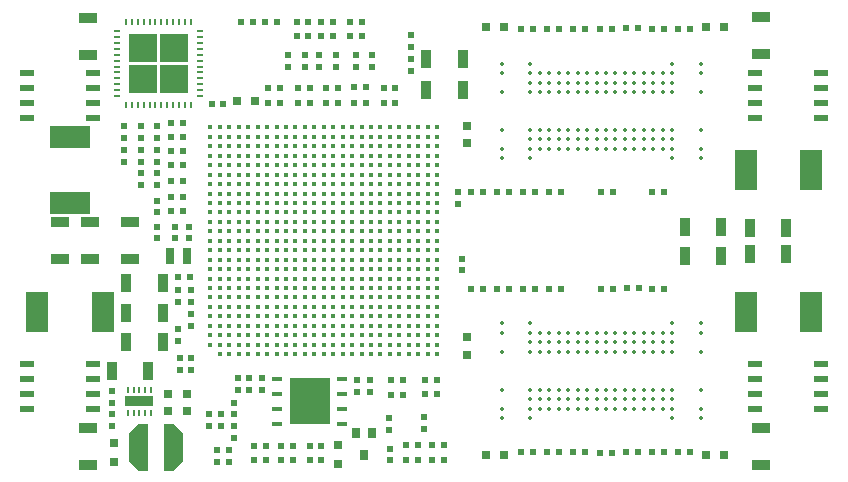
<source format=gtp>
%FSLAX44Y44*%
%MOMM*%
G71*
G01*
G75*
G04 Layer_Color=8421504*
%ADD10C,0.3500*%
%ADD11R,1.6000X3.9000*%
%ADD12R,5.2000X5.2000*%
%ADD13R,0.6000X0.2500*%
%ADD14R,0.2500X0.6000*%
%ADD15R,0.5000X0.6000*%
%ADD16R,0.2500X0.5000*%
%ADD17R,2.4000X0.8400*%
%ADD18R,3.4000X4.0000*%
%ADD19R,0.9000X0.4500*%
%ADD20R,0.6000X0.5000*%
%ADD21R,0.5000X0.5000*%
%ADD22R,0.5000X0.5000*%
%ADD23R,0.8000X0.8000*%
%ADD24R,0.7500X1.4000*%
%ADD25R,0.8000X0.8000*%
%ADD26R,1.8288X3.4290*%
%ADD27R,3.4290X1.8288*%
%ADD28R,0.9000X1.6000*%
%ADD29R,1.6000X0.9000*%
%ADD30R,1.2000X0.5800*%
%ADD31C,1.0160*%
%ADD32C,0.4000*%
%ADD33C,0.6350*%
%ADD34R,0.7000X0.9000*%
%ADD35C,0.0930*%
%ADD36C,0.3000*%
%ADD37C,0.0900*%
%ADD38C,0.2500*%
%ADD39C,0.4000*%
%ADD40C,0.1010*%
%ADD41C,0.2000*%
%ADD42C,0.5000*%
%ADD43C,0.7000*%
%ADD44C,5.0000*%
%ADD45C,0.2700*%
%ADD46C,0.4500*%
%ADD47C,0.1000*%
%ADD48C,3.6830*%
%ADD49C,0.0800*%
%ADD50C,0.6000*%
%ADD51C,0.8000*%
%ADD52C,0.0850*%
%ADD53C,1.2500*%
%ADD54R,1.9000X2.6000*%
%ADD55R,0.2800X2.2700*%
%ADD56R,2.5400X0.4300*%
%ADD57R,4.7000X0.4300*%
%ADD58R,1.3000X0.9000*%
%ADD59R,0.9000X1.3000*%
%ADD60R,0.5588X0.6858*%
%ADD61R,0.9000X0.7000*%
%ADD62R,1.8000X1.1250*%
%ADD63R,0.4800X0.2300*%
%ADD64R,0.4000X1.1900*%
%ADD65R,0.9000X1.1900*%
%ADD66R,3.3000X3.3000*%
%ADD67R,0.6000X0.2300*%
%ADD68R,0.2300X0.6000*%
%ADD69R,2.6000X1.9000*%
%ADD70R,1.0000X0.5500*%
%ADD71R,0.5500X1.0000*%
%ADD72C,0.3500*%
%ADD73C,0.2800*%
%ADD74C,0.2200*%
%ADD75C,0.4500*%
%ADD76C,0.1500*%
%ADD77C,0.2540*%
%ADD78C,0.1270*%
%ADD79R,2.4000X2.4000*%
G36*
X116500Y5500D02*
X108500D01*
X100500Y12500D01*
Y37500D01*
X108500Y44500D01*
X116500D01*
Y5500D01*
D02*
G37*
G36*
X145500Y37500D02*
Y12500D01*
X137500Y5500D01*
X129500D01*
Y44500D01*
X137500D01*
X145500Y37500D01*
D02*
G37*
D10*
X584000Y50000D02*
D03*
Y58000D02*
D03*
Y130000D02*
D03*
Y122000D02*
D03*
X416000D02*
D03*
Y130000D02*
D03*
Y58000D02*
D03*
Y50000D02*
D03*
Y74000D02*
D03*
Y106000D02*
D03*
X584000Y74000D02*
D03*
Y106000D02*
D03*
X560000Y50000D02*
D03*
Y130000D02*
D03*
X440000D02*
D03*
Y50000D02*
D03*
Y58000D02*
D03*
X448000D02*
D03*
X456000D02*
D03*
X464000D02*
D03*
X472000D02*
D03*
X480000D02*
D03*
X488000D02*
D03*
X496000D02*
D03*
X504000D02*
D03*
X512000D02*
D03*
X520000D02*
D03*
X528000D02*
D03*
X536000D02*
D03*
X544000D02*
D03*
X552000D02*
D03*
X560000D02*
D03*
X440000Y66000D02*
D03*
X448000D02*
D03*
X456000D02*
D03*
X464000D02*
D03*
X472000D02*
D03*
X480000D02*
D03*
X488000D02*
D03*
X496000D02*
D03*
X504000D02*
D03*
X512000D02*
D03*
X520000D02*
D03*
X528000D02*
D03*
X536000D02*
D03*
X544000D02*
D03*
X552000D02*
D03*
X560000D02*
D03*
X440000Y74000D02*
D03*
X448000D02*
D03*
X456000D02*
D03*
X464000D02*
D03*
X472000D02*
D03*
X480000D02*
D03*
X488000D02*
D03*
X496000D02*
D03*
X504000D02*
D03*
X512000D02*
D03*
X520000D02*
D03*
X528000D02*
D03*
X536000D02*
D03*
X544000D02*
D03*
X552000D02*
D03*
X560000D02*
D03*
X440000Y106000D02*
D03*
X448000D02*
D03*
X456000D02*
D03*
X464000D02*
D03*
X472000D02*
D03*
X480000D02*
D03*
X488000D02*
D03*
X496000D02*
D03*
X504000D02*
D03*
X512000D02*
D03*
X520000D02*
D03*
X528000D02*
D03*
X536000D02*
D03*
X544000D02*
D03*
X552000D02*
D03*
X560000D02*
D03*
X440000Y114000D02*
D03*
X448000D02*
D03*
X456000D02*
D03*
X464000D02*
D03*
X472000D02*
D03*
X480000D02*
D03*
X488000D02*
D03*
X496000D02*
D03*
X504000D02*
D03*
X512000D02*
D03*
X520000D02*
D03*
X528000D02*
D03*
X536000D02*
D03*
X544000D02*
D03*
X552000D02*
D03*
X560000D02*
D03*
X440000Y122000D02*
D03*
X448000D02*
D03*
X456000D02*
D03*
X464000D02*
D03*
X472000D02*
D03*
X480000D02*
D03*
X488000D02*
D03*
X496000D02*
D03*
X504000D02*
D03*
X512000D02*
D03*
X520000D02*
D03*
X528000D02*
D03*
X536000D02*
D03*
X544000D02*
D03*
X552000D02*
D03*
X560000D02*
D03*
X584000Y270000D02*
D03*
Y278000D02*
D03*
Y350000D02*
D03*
Y342000D02*
D03*
X416000D02*
D03*
Y350000D02*
D03*
Y278000D02*
D03*
Y270000D02*
D03*
Y294000D02*
D03*
Y326000D02*
D03*
X584000Y294000D02*
D03*
Y326000D02*
D03*
X560000Y270000D02*
D03*
Y350000D02*
D03*
X440000D02*
D03*
Y270000D02*
D03*
Y278000D02*
D03*
X448000D02*
D03*
X456000D02*
D03*
X464000D02*
D03*
X472000D02*
D03*
X480000D02*
D03*
X488000D02*
D03*
X496000D02*
D03*
X504000D02*
D03*
X512000D02*
D03*
X520000D02*
D03*
X528000D02*
D03*
X536000D02*
D03*
X544000D02*
D03*
X552000D02*
D03*
X560000D02*
D03*
X440000Y286000D02*
D03*
X448000D02*
D03*
X456000D02*
D03*
X464000D02*
D03*
X472000D02*
D03*
X480000D02*
D03*
X488000D02*
D03*
X496000D02*
D03*
X504000D02*
D03*
X512000D02*
D03*
X520000D02*
D03*
X528000D02*
D03*
X536000D02*
D03*
X544000D02*
D03*
X552000D02*
D03*
X560000D02*
D03*
X440000Y294000D02*
D03*
X448000D02*
D03*
X456000D02*
D03*
X464000D02*
D03*
X472000D02*
D03*
X480000D02*
D03*
X488000D02*
D03*
X496000D02*
D03*
X504000D02*
D03*
X512000D02*
D03*
X520000D02*
D03*
X528000D02*
D03*
X536000D02*
D03*
X544000D02*
D03*
X552000D02*
D03*
X560000D02*
D03*
X440000Y326000D02*
D03*
X448000D02*
D03*
X456000D02*
D03*
X464000D02*
D03*
X472000D02*
D03*
X480000D02*
D03*
X488000D02*
D03*
X496000D02*
D03*
X504000D02*
D03*
X512000D02*
D03*
X520000D02*
D03*
X528000D02*
D03*
X536000D02*
D03*
X544000D02*
D03*
X552000D02*
D03*
X560000D02*
D03*
X440000Y334000D02*
D03*
X448000D02*
D03*
X456000D02*
D03*
X464000D02*
D03*
X472000D02*
D03*
X480000D02*
D03*
X488000D02*
D03*
X496000D02*
D03*
X504000D02*
D03*
X512000D02*
D03*
X520000D02*
D03*
X528000D02*
D03*
X536000D02*
D03*
X544000D02*
D03*
X552000D02*
D03*
X560000D02*
D03*
X440000Y342000D02*
D03*
X448000D02*
D03*
X456000D02*
D03*
X464000D02*
D03*
X472000D02*
D03*
X480000D02*
D03*
X488000D02*
D03*
X496000D02*
D03*
X504000D02*
D03*
X512000D02*
D03*
X520000D02*
D03*
X528000D02*
D03*
X536000D02*
D03*
X544000D02*
D03*
X552000D02*
D03*
X560000D02*
D03*
D13*
X159900Y322500D02*
D03*
Y327500D02*
D03*
Y332500D02*
D03*
Y337500D02*
D03*
Y342500D02*
D03*
Y347500D02*
D03*
Y352500D02*
D03*
Y357500D02*
D03*
Y362500D02*
D03*
Y367500D02*
D03*
Y372500D02*
D03*
Y377500D02*
D03*
X90100D02*
D03*
Y372500D02*
D03*
Y367500D02*
D03*
Y362500D02*
D03*
Y357500D02*
D03*
Y352500D02*
D03*
Y347500D02*
D03*
Y342500D02*
D03*
Y337500D02*
D03*
Y332500D02*
D03*
Y327500D02*
D03*
Y322500D02*
D03*
D14*
X152500Y384900D02*
D03*
X147500D02*
D03*
X142500D02*
D03*
X137500D02*
D03*
X132500D02*
D03*
X127500D02*
D03*
X122500D02*
D03*
X117500D02*
D03*
X112500D02*
D03*
X107500D02*
D03*
X102500D02*
D03*
X97500D02*
D03*
Y315100D02*
D03*
X102500D02*
D03*
X107500D02*
D03*
X112500D02*
D03*
X117500D02*
D03*
X122500D02*
D03*
X127500D02*
D03*
X132500D02*
D03*
X137500D02*
D03*
X142500D02*
D03*
X147500D02*
D03*
X152500D02*
D03*
D15*
X253000Y317000D02*
D03*
X243000D02*
D03*
X351000Y82000D02*
D03*
X361000D02*
D03*
X335000Y27000D02*
D03*
X345000D02*
D03*
X325750Y329700D02*
D03*
X315750D02*
D03*
X195250Y385000D02*
D03*
X205250D02*
D03*
X267000Y317000D02*
D03*
X277000D02*
D03*
X136000Y288000D02*
D03*
X146000D02*
D03*
Y225000D02*
D03*
X136000D02*
D03*
Y251000D02*
D03*
X146000D02*
D03*
Y276000D02*
D03*
X136000D02*
D03*
X170000Y316000D02*
D03*
X180000D02*
D03*
X136000Y264000D02*
D03*
X146000D02*
D03*
Y237000D02*
D03*
X136000D02*
D03*
X142000Y169000D02*
D03*
X152000D02*
D03*
X229000Y14000D02*
D03*
X239000D02*
D03*
X522000Y160000D02*
D03*
X532000D02*
D03*
X521000Y380000D02*
D03*
X531000D02*
D03*
X361000Y70000D02*
D03*
X351000D02*
D03*
X206000Y26000D02*
D03*
X216000D02*
D03*
X146000Y300000D02*
D03*
X136000D02*
D03*
X242000Y385000D02*
D03*
X252000D02*
D03*
X215000D02*
D03*
X225000D02*
D03*
X242000Y373000D02*
D03*
X252000D02*
D03*
X499000Y20000D02*
D03*
X509000D02*
D03*
X291000Y317000D02*
D03*
X301000D02*
D03*
X297000Y385000D02*
D03*
X287000D02*
D03*
X239000Y26000D02*
D03*
X229000D02*
D03*
X253000Y329000D02*
D03*
X243000D02*
D03*
X218000Y317000D02*
D03*
X228000D02*
D03*
X228000Y329000D02*
D03*
X218000D02*
D03*
X356875Y14075D02*
D03*
X366875D02*
D03*
X357000Y27000D02*
D03*
X367000D02*
D03*
X325750Y316700D02*
D03*
X315750D02*
D03*
X277000Y329000D02*
D03*
X267000D02*
D03*
X291000Y330000D02*
D03*
X301000D02*
D03*
X273000Y385000D02*
D03*
X263000D02*
D03*
Y373000D02*
D03*
X273000D02*
D03*
X263000Y26000D02*
D03*
X253000D02*
D03*
X216000Y14000D02*
D03*
X206000D02*
D03*
X297000Y373000D02*
D03*
X287000D02*
D03*
X322125Y69850D02*
D03*
X332125D02*
D03*
X344875Y14075D02*
D03*
X334875D02*
D03*
X332125Y81725D02*
D03*
X322125D02*
D03*
X263000Y14000D02*
D03*
X253000D02*
D03*
D16*
X119000Y54500D02*
D03*
X114000D02*
D03*
X109000D02*
D03*
X104000D02*
D03*
X99000D02*
D03*
Y73500D02*
D03*
X104000D02*
D03*
X109000D02*
D03*
X114000D02*
D03*
X119000D02*
D03*
D17*
X109000Y64000D02*
D03*
D18*
X253000Y64000D02*
D03*
D19*
X280500Y83050D02*
D03*
Y70350D02*
D03*
Y57650D02*
D03*
Y44950D02*
D03*
X225500D02*
D03*
Y57650D02*
D03*
Y70350D02*
D03*
Y83050D02*
D03*
D20*
X382000Y175000D02*
D03*
Y185000D02*
D03*
X189000Y43000D02*
D03*
Y33000D02*
D03*
X124000Y224000D02*
D03*
Y234000D02*
D03*
Y212000D02*
D03*
Y202000D02*
D03*
Y247000D02*
D03*
Y257000D02*
D03*
Y267000D02*
D03*
Y277000D02*
D03*
X110000Y297000D02*
D03*
Y287000D02*
D03*
Y247000D02*
D03*
Y257000D02*
D03*
Y267000D02*
D03*
Y277000D02*
D03*
X96000Y267000D02*
D03*
Y277000D02*
D03*
Y297000D02*
D03*
Y287000D02*
D03*
X153000Y138000D02*
D03*
Y128000D02*
D03*
X124000Y287000D02*
D03*
Y297000D02*
D03*
X304000Y72000D02*
D03*
Y82000D02*
D03*
X213000Y74000D02*
D03*
Y84000D02*
D03*
X321000Y24000D02*
D03*
Y14000D02*
D03*
X320000Y50000D02*
D03*
Y40000D02*
D03*
X86000Y53000D02*
D03*
Y43000D02*
D03*
Y63000D02*
D03*
Y73000D02*
D03*
X292000Y347000D02*
D03*
Y357000D02*
D03*
X261000Y347000D02*
D03*
Y357000D02*
D03*
X379000Y241000D02*
D03*
Y231000D02*
D03*
X275000Y357000D02*
D03*
Y347000D02*
D03*
X249000D02*
D03*
Y357000D02*
D03*
X235000Y357000D02*
D03*
Y347000D02*
D03*
X350000Y51000D02*
D03*
Y41000D02*
D03*
X189000Y63000D02*
D03*
Y53000D02*
D03*
X153000Y158000D02*
D03*
Y148000D02*
D03*
D21*
X175000Y13000D02*
D03*
X185000D02*
D03*
Y23000D02*
D03*
X175000D02*
D03*
X432000Y379000D02*
D03*
X442000D02*
D03*
X500000Y159000D02*
D03*
X510000D02*
D03*
X509000Y379000D02*
D03*
X499000D02*
D03*
X500000Y241000D02*
D03*
X510000D02*
D03*
X442000Y21000D02*
D03*
X432000D02*
D03*
X464000D02*
D03*
X454000D02*
D03*
X476000D02*
D03*
X486000D02*
D03*
X543000D02*
D03*
X553000D02*
D03*
X476000Y379000D02*
D03*
X486000D02*
D03*
X565000D02*
D03*
X575000D02*
D03*
X454000D02*
D03*
X464000D02*
D03*
X543000D02*
D03*
X553000D02*
D03*
X390000Y241000D02*
D03*
X400000D02*
D03*
X422000D02*
D03*
X412000D02*
D03*
X575000Y21000D02*
D03*
X565000D02*
D03*
X543000Y159000D02*
D03*
X553000D02*
D03*
X456000D02*
D03*
X466000D02*
D03*
X422000D02*
D03*
X412000D02*
D03*
X434000D02*
D03*
X444000D02*
D03*
X400000D02*
D03*
X390000D02*
D03*
X434000Y241000D02*
D03*
X444000D02*
D03*
X543000D02*
D03*
X553000D02*
D03*
X456000D02*
D03*
X466000D02*
D03*
X178000Y43000D02*
D03*
X168000D02*
D03*
X168000Y53000D02*
D03*
X178000D02*
D03*
X531000Y21000D02*
D03*
X521000D02*
D03*
D22*
X192000Y84000D02*
D03*
Y74000D02*
D03*
X202000D02*
D03*
Y84000D02*
D03*
X143000Y101000D02*
D03*
Y91000D02*
D03*
X153000Y101000D02*
D03*
Y91000D02*
D03*
X142000Y125000D02*
D03*
Y115000D02*
D03*
Y158000D02*
D03*
Y148000D02*
D03*
X339000Y354000D02*
D03*
Y344000D02*
D03*
Y374000D02*
D03*
Y364000D02*
D03*
X151000Y212000D02*
D03*
Y202000D02*
D03*
X139000D02*
D03*
Y212000D02*
D03*
X293000Y82000D02*
D03*
Y72000D02*
D03*
X306000Y347000D02*
D03*
Y357000D02*
D03*
D23*
X191500Y318000D02*
D03*
X206500D02*
D03*
X417500Y19000D02*
D03*
X402500D02*
D03*
X603500D02*
D03*
X588500D02*
D03*
X417500Y381000D02*
D03*
X402500D02*
D03*
X603500D02*
D03*
X588500D02*
D03*
D24*
X149250Y187000D02*
D03*
X134750D02*
D03*
D25*
X87000Y13000D02*
D03*
Y29000D02*
D03*
X277000Y11000D02*
D03*
Y27000D02*
D03*
X386000Y118500D02*
D03*
Y103500D02*
D03*
Y297500D02*
D03*
Y282500D02*
D03*
X133000Y70500D02*
D03*
Y55500D02*
D03*
X149000D02*
D03*
Y70500D02*
D03*
D26*
X22314Y140000D02*
D03*
X77686D02*
D03*
X677686Y260000D02*
D03*
X622314D02*
D03*
X677686Y140000D02*
D03*
X622314D02*
D03*
D27*
X50000Y287686D02*
D03*
Y232314D02*
D03*
D28*
X382500Y328000D02*
D03*
X351500D02*
D03*
Y354000D02*
D03*
X382500D02*
D03*
X128500Y139000D02*
D03*
X97500D02*
D03*
Y164000D02*
D03*
X128500D02*
D03*
Y114000D02*
D03*
X97500D02*
D03*
X116500Y90000D02*
D03*
X85500D02*
D03*
X601500Y212000D02*
D03*
X570500D02*
D03*
X656500Y211000D02*
D03*
X625500D02*
D03*
Y189000D02*
D03*
X656500D02*
D03*
X570500Y187000D02*
D03*
X601500D02*
D03*
D29*
X65000Y10500D02*
D03*
Y41500D02*
D03*
Y357500D02*
D03*
Y388500D02*
D03*
X67000Y215500D02*
D03*
Y184500D02*
D03*
X42000D02*
D03*
Y215500D02*
D03*
X635000Y389500D02*
D03*
Y358500D02*
D03*
Y41500D02*
D03*
Y10500D02*
D03*
X101000Y184500D02*
D03*
Y215500D02*
D03*
D30*
X14000Y96050D02*
D03*
Y83350D02*
D03*
Y70650D02*
D03*
Y57950D02*
D03*
X70000Y96050D02*
D03*
Y83350D02*
D03*
Y70650D02*
D03*
Y57950D02*
D03*
Y303950D02*
D03*
Y316650D02*
D03*
Y329350D02*
D03*
Y342050D02*
D03*
X14000Y303950D02*
D03*
Y316650D02*
D03*
Y329350D02*
D03*
Y342050D02*
D03*
X686000Y303950D02*
D03*
Y316650D02*
D03*
Y329350D02*
D03*
Y342050D02*
D03*
X630000Y303950D02*
D03*
Y316650D02*
D03*
Y329350D02*
D03*
Y342050D02*
D03*
Y96050D02*
D03*
Y83350D02*
D03*
Y70650D02*
D03*
Y57950D02*
D03*
X686000Y96050D02*
D03*
Y83350D02*
D03*
Y70650D02*
D03*
Y57950D02*
D03*
D32*
X361000Y296000D02*
D03*
X353000D02*
D03*
X345000D02*
D03*
X337000D02*
D03*
X329000D02*
D03*
X321000D02*
D03*
X313000D02*
D03*
X305000D02*
D03*
X297000D02*
D03*
X289000D02*
D03*
X281000D02*
D03*
X273000D02*
D03*
X265000D02*
D03*
X257000D02*
D03*
X249000D02*
D03*
X241000D02*
D03*
X233000D02*
D03*
X225000D02*
D03*
X217000D02*
D03*
X209000D02*
D03*
X201000D02*
D03*
X193000D02*
D03*
X185000D02*
D03*
X177000D02*
D03*
X169000D02*
D03*
X361000Y288000D02*
D03*
X353000D02*
D03*
X345000D02*
D03*
X337000D02*
D03*
X329000D02*
D03*
X321000D02*
D03*
X313000D02*
D03*
X305000D02*
D03*
X297000D02*
D03*
X289000D02*
D03*
X281000D02*
D03*
X273000D02*
D03*
X265000D02*
D03*
X257000D02*
D03*
X249000D02*
D03*
X241000D02*
D03*
X233000D02*
D03*
X225000D02*
D03*
X217000D02*
D03*
X209000D02*
D03*
X201000D02*
D03*
X193000D02*
D03*
X185000D02*
D03*
X177000D02*
D03*
X169000D02*
D03*
X361000Y280000D02*
D03*
X353000D02*
D03*
X345000D02*
D03*
X337000D02*
D03*
X329000D02*
D03*
X321000D02*
D03*
X313000D02*
D03*
X305000D02*
D03*
X297000D02*
D03*
X289000D02*
D03*
X281000D02*
D03*
X273000D02*
D03*
X265000D02*
D03*
X257000D02*
D03*
X249000D02*
D03*
X241000D02*
D03*
X233000D02*
D03*
X225000D02*
D03*
X217000D02*
D03*
X209000D02*
D03*
X201000D02*
D03*
X193000D02*
D03*
X185000D02*
D03*
X177000D02*
D03*
X169000D02*
D03*
X361000Y272000D02*
D03*
X353000D02*
D03*
X345000D02*
D03*
X337000D02*
D03*
X329000D02*
D03*
X321000D02*
D03*
X313000D02*
D03*
X305000D02*
D03*
X297000D02*
D03*
X289000D02*
D03*
X281000D02*
D03*
X273000D02*
D03*
X265000D02*
D03*
X257000D02*
D03*
X249000D02*
D03*
X241000D02*
D03*
X233000D02*
D03*
X225000D02*
D03*
X217000D02*
D03*
X209000D02*
D03*
X201000D02*
D03*
X193000D02*
D03*
X185000D02*
D03*
X177000D02*
D03*
X169000D02*
D03*
X361000Y264000D02*
D03*
X353000D02*
D03*
X345000D02*
D03*
X337000D02*
D03*
X329000D02*
D03*
X321000D02*
D03*
X313000D02*
D03*
X305000D02*
D03*
X297000D02*
D03*
X289000D02*
D03*
X281000D02*
D03*
X273000D02*
D03*
X265000D02*
D03*
X257000D02*
D03*
X249000D02*
D03*
X241000D02*
D03*
X233000D02*
D03*
X225000D02*
D03*
X217000D02*
D03*
X209000D02*
D03*
X201000D02*
D03*
X193000D02*
D03*
X185000D02*
D03*
X177000D02*
D03*
X169000D02*
D03*
X361000Y256000D02*
D03*
X353000D02*
D03*
X345000D02*
D03*
X337000D02*
D03*
X329000D02*
D03*
X321000D02*
D03*
X313000D02*
D03*
X305000D02*
D03*
X297000D02*
D03*
X289000D02*
D03*
X281000D02*
D03*
X273000D02*
D03*
X265000D02*
D03*
X257000D02*
D03*
X249000D02*
D03*
X241000D02*
D03*
X233000D02*
D03*
X225000D02*
D03*
X217000D02*
D03*
X209000D02*
D03*
X201000D02*
D03*
X193000D02*
D03*
X185000D02*
D03*
X177000D02*
D03*
X169000D02*
D03*
X361000Y248000D02*
D03*
X353000D02*
D03*
X345000D02*
D03*
X337000D02*
D03*
X329000D02*
D03*
X321000D02*
D03*
X313000D02*
D03*
X305000D02*
D03*
X297000D02*
D03*
X289000D02*
D03*
X281000D02*
D03*
X273000D02*
D03*
X265000D02*
D03*
X257000D02*
D03*
X249000D02*
D03*
X241000D02*
D03*
X233000D02*
D03*
X225000D02*
D03*
X217000D02*
D03*
X209000D02*
D03*
X201000D02*
D03*
X193000D02*
D03*
X185000D02*
D03*
X177000D02*
D03*
X169000D02*
D03*
X361000Y240000D02*
D03*
X353000D02*
D03*
X345000D02*
D03*
X337000D02*
D03*
X329000D02*
D03*
X321000D02*
D03*
X313000D02*
D03*
X305000D02*
D03*
X297000D02*
D03*
X289000D02*
D03*
X281000D02*
D03*
X273000D02*
D03*
X265000D02*
D03*
X257000D02*
D03*
X249000D02*
D03*
X241000D02*
D03*
X233000D02*
D03*
X225000D02*
D03*
X217000D02*
D03*
X209000D02*
D03*
X201000D02*
D03*
X193000D02*
D03*
X185000D02*
D03*
X177000D02*
D03*
X169000D02*
D03*
X361000Y232000D02*
D03*
X353000D02*
D03*
X345000D02*
D03*
X337000D02*
D03*
X329000D02*
D03*
X321000D02*
D03*
X313000D02*
D03*
X305000D02*
D03*
X297000D02*
D03*
X289000D02*
D03*
X281000D02*
D03*
X273000D02*
D03*
X265000D02*
D03*
X257000D02*
D03*
X249000D02*
D03*
X241000D02*
D03*
X233000D02*
D03*
X225000D02*
D03*
X217000D02*
D03*
X209000D02*
D03*
X201000D02*
D03*
X193000D02*
D03*
X185000D02*
D03*
X177000D02*
D03*
X169000D02*
D03*
X361000Y224000D02*
D03*
X353000D02*
D03*
X345000D02*
D03*
X337000D02*
D03*
X329000D02*
D03*
X321000D02*
D03*
X313000D02*
D03*
X305000D02*
D03*
X297000D02*
D03*
X289000D02*
D03*
X281000D02*
D03*
X273000D02*
D03*
X265000D02*
D03*
X257000D02*
D03*
X249000D02*
D03*
X241000D02*
D03*
X233000D02*
D03*
X225000D02*
D03*
X217000D02*
D03*
X209000D02*
D03*
X201000D02*
D03*
X193000D02*
D03*
X185000D02*
D03*
X177000D02*
D03*
X169000D02*
D03*
X361000Y216000D02*
D03*
X353000D02*
D03*
X345000D02*
D03*
X337000D02*
D03*
X329000D02*
D03*
X321000D02*
D03*
X313000D02*
D03*
X305000D02*
D03*
X297000D02*
D03*
X289000D02*
D03*
X281000D02*
D03*
X273000D02*
D03*
X265000D02*
D03*
X257000D02*
D03*
X249000D02*
D03*
X241000D02*
D03*
X233000D02*
D03*
X225000D02*
D03*
X217000D02*
D03*
X209000D02*
D03*
X201000D02*
D03*
X193000D02*
D03*
X185000D02*
D03*
X177000D02*
D03*
X169000D02*
D03*
X361000Y208000D02*
D03*
X353000D02*
D03*
X345000D02*
D03*
X337000D02*
D03*
X329000D02*
D03*
X321000D02*
D03*
X313000D02*
D03*
X305000D02*
D03*
X297000D02*
D03*
X289000D02*
D03*
X281000D02*
D03*
X273000D02*
D03*
X265000D02*
D03*
X257000D02*
D03*
X249000D02*
D03*
X241000D02*
D03*
X233000D02*
D03*
X225000D02*
D03*
X217000D02*
D03*
X209000D02*
D03*
X201000D02*
D03*
X193000D02*
D03*
X185000D02*
D03*
X177000D02*
D03*
X169000D02*
D03*
X361000Y200000D02*
D03*
X353000D02*
D03*
X345000D02*
D03*
X337000D02*
D03*
X329000D02*
D03*
X321000D02*
D03*
X313000D02*
D03*
X305000D02*
D03*
X297000D02*
D03*
X289000D02*
D03*
X281000D02*
D03*
X273000D02*
D03*
X265000D02*
D03*
X257000D02*
D03*
X249000D02*
D03*
X241000D02*
D03*
X233000D02*
D03*
X225000D02*
D03*
X217000D02*
D03*
X209000D02*
D03*
X201000D02*
D03*
X193000D02*
D03*
X185000D02*
D03*
X177000D02*
D03*
X169000D02*
D03*
X361000Y192000D02*
D03*
X353000D02*
D03*
X345000D02*
D03*
X337000D02*
D03*
X329000D02*
D03*
X321000D02*
D03*
X313000D02*
D03*
X305000D02*
D03*
X297000D02*
D03*
X289000D02*
D03*
X281000D02*
D03*
X273000D02*
D03*
X265000D02*
D03*
X257000D02*
D03*
X249000D02*
D03*
X241000D02*
D03*
X233000D02*
D03*
X225000D02*
D03*
X217000D02*
D03*
X209000D02*
D03*
X201000D02*
D03*
X193000D02*
D03*
X185000D02*
D03*
X177000D02*
D03*
X169000D02*
D03*
X361000Y184000D02*
D03*
X353000D02*
D03*
X345000D02*
D03*
X337000D02*
D03*
X329000D02*
D03*
X321000D02*
D03*
X313000D02*
D03*
X305000D02*
D03*
X297000D02*
D03*
X289000D02*
D03*
X281000D02*
D03*
X273000D02*
D03*
X265000D02*
D03*
X257000D02*
D03*
X249000D02*
D03*
X241000D02*
D03*
X233000D02*
D03*
X225000D02*
D03*
X217000D02*
D03*
X209000D02*
D03*
X201000D02*
D03*
X193000D02*
D03*
X185000D02*
D03*
X177000D02*
D03*
X169000D02*
D03*
X361000Y176000D02*
D03*
X353000D02*
D03*
X345000D02*
D03*
X337000D02*
D03*
X329000D02*
D03*
X321000D02*
D03*
X313000D02*
D03*
X305000D02*
D03*
X297000D02*
D03*
X289000D02*
D03*
X281000D02*
D03*
X273000D02*
D03*
X265000D02*
D03*
X257000D02*
D03*
X249000D02*
D03*
X241000D02*
D03*
X233000D02*
D03*
X225000D02*
D03*
X217000D02*
D03*
X209000D02*
D03*
X201000D02*
D03*
X193000D02*
D03*
X185000D02*
D03*
X177000D02*
D03*
X169000D02*
D03*
X361000Y168000D02*
D03*
X353000D02*
D03*
X345000D02*
D03*
X337000D02*
D03*
X329000D02*
D03*
X321000D02*
D03*
X313000D02*
D03*
X305000D02*
D03*
X297000D02*
D03*
X289000D02*
D03*
X281000D02*
D03*
X273000D02*
D03*
X265000D02*
D03*
X257000D02*
D03*
X249000D02*
D03*
X241000D02*
D03*
X233000D02*
D03*
X225000D02*
D03*
X217000D02*
D03*
X209000D02*
D03*
X201000D02*
D03*
X193000D02*
D03*
X185000D02*
D03*
X177000D02*
D03*
X169000D02*
D03*
X361000Y160000D02*
D03*
X353000D02*
D03*
X345000D02*
D03*
X337000D02*
D03*
X329000D02*
D03*
X321000D02*
D03*
X313000D02*
D03*
X305000D02*
D03*
X297000D02*
D03*
X289000D02*
D03*
X281000D02*
D03*
X273000D02*
D03*
X265000D02*
D03*
X257000D02*
D03*
X249000D02*
D03*
X241000D02*
D03*
X233000D02*
D03*
X225000D02*
D03*
X217000D02*
D03*
X209000D02*
D03*
X201000D02*
D03*
X193000D02*
D03*
X185000D02*
D03*
X177000D02*
D03*
X169000D02*
D03*
X361000Y152000D02*
D03*
X353000D02*
D03*
X345000D02*
D03*
X337000D02*
D03*
X329000D02*
D03*
X321000D02*
D03*
X313000D02*
D03*
X305000D02*
D03*
X297000D02*
D03*
X289000D02*
D03*
X281000D02*
D03*
X273000D02*
D03*
X265000D02*
D03*
X257000D02*
D03*
X249000D02*
D03*
X241000D02*
D03*
X233000D02*
D03*
X225000D02*
D03*
X217000D02*
D03*
X209000D02*
D03*
X201000D02*
D03*
X193000D02*
D03*
X185000D02*
D03*
X177000D02*
D03*
X169000D02*
D03*
X361000Y144000D02*
D03*
X353000D02*
D03*
X345000D02*
D03*
X337000D02*
D03*
X329000D02*
D03*
X321000D02*
D03*
X313000D02*
D03*
X305000D02*
D03*
X297000D02*
D03*
X289000D02*
D03*
X281000D02*
D03*
X273000D02*
D03*
X265000D02*
D03*
X257000D02*
D03*
X249000D02*
D03*
X241000D02*
D03*
X233000D02*
D03*
X225000D02*
D03*
X217000D02*
D03*
X209000D02*
D03*
X201000D02*
D03*
X193000D02*
D03*
X185000D02*
D03*
X177000D02*
D03*
X169000D02*
D03*
X361000Y136000D02*
D03*
X353000D02*
D03*
X345000D02*
D03*
X337000D02*
D03*
X329000D02*
D03*
X321000D02*
D03*
X313000D02*
D03*
X305000D02*
D03*
X297000D02*
D03*
X289000D02*
D03*
X281000D02*
D03*
X273000D02*
D03*
X265000D02*
D03*
X257000D02*
D03*
X249000D02*
D03*
X241000D02*
D03*
X233000D02*
D03*
X225000D02*
D03*
X217000D02*
D03*
X209000D02*
D03*
X201000D02*
D03*
X193000D02*
D03*
X185000D02*
D03*
X177000D02*
D03*
X169000D02*
D03*
X361000Y128000D02*
D03*
X353000D02*
D03*
X345000D02*
D03*
X337000D02*
D03*
X329000D02*
D03*
X321000D02*
D03*
X313000D02*
D03*
X305000D02*
D03*
X297000D02*
D03*
X289000D02*
D03*
X281000D02*
D03*
X273000D02*
D03*
X265000D02*
D03*
X257000D02*
D03*
X249000D02*
D03*
X241000D02*
D03*
X233000D02*
D03*
X225000D02*
D03*
X217000D02*
D03*
X209000D02*
D03*
X201000D02*
D03*
X193000D02*
D03*
X185000D02*
D03*
X177000D02*
D03*
X169000D02*
D03*
X361000Y120000D02*
D03*
X353000D02*
D03*
X345000D02*
D03*
X337000D02*
D03*
X329000D02*
D03*
X321000D02*
D03*
X313000D02*
D03*
X305000D02*
D03*
X297000D02*
D03*
X289000D02*
D03*
X281000D02*
D03*
X273000D02*
D03*
X265000D02*
D03*
X257000D02*
D03*
X249000D02*
D03*
X241000D02*
D03*
X233000D02*
D03*
X225000D02*
D03*
X217000D02*
D03*
X209000D02*
D03*
X201000D02*
D03*
X193000D02*
D03*
X185000D02*
D03*
X177000D02*
D03*
X169000D02*
D03*
X361000Y112000D02*
D03*
X353000D02*
D03*
X345000D02*
D03*
X337000D02*
D03*
X329000D02*
D03*
X321000D02*
D03*
X313000D02*
D03*
X305000D02*
D03*
X297000D02*
D03*
X289000D02*
D03*
X281000D02*
D03*
X273000D02*
D03*
X265000D02*
D03*
X257000D02*
D03*
X249000D02*
D03*
X241000D02*
D03*
X233000D02*
D03*
X225000D02*
D03*
X217000D02*
D03*
X209000D02*
D03*
X201000D02*
D03*
X193000D02*
D03*
X185000D02*
D03*
X177000D02*
D03*
X169000D02*
D03*
X361000Y104000D02*
D03*
X353000D02*
D03*
X345000D02*
D03*
X337000D02*
D03*
X329000D02*
D03*
X321000D02*
D03*
X313000D02*
D03*
X305000D02*
D03*
X297000D02*
D03*
X289000D02*
D03*
X281000D02*
D03*
X273000D02*
D03*
X265000D02*
D03*
X257000D02*
D03*
X249000D02*
D03*
X241000D02*
D03*
X233000D02*
D03*
X225000D02*
D03*
X217000D02*
D03*
X209000D02*
D03*
X201000D02*
D03*
X193000D02*
D03*
X185000D02*
D03*
X177000D02*
D03*
D34*
X305500Y37500D02*
D03*
X292500D02*
D03*
X299000Y18500D02*
D03*
D79*
X112000Y363000D02*
D03*
X138000D02*
D03*
Y337000D02*
D03*
X112000D02*
D03*
M02*

</source>
